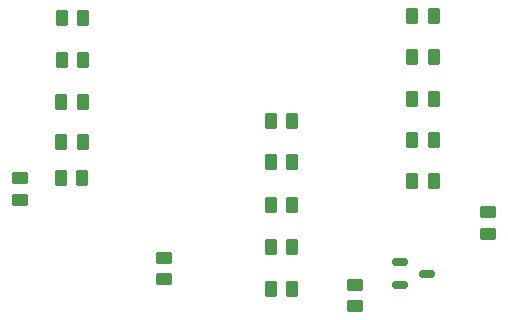
<source format=gbr>
%TF.GenerationSoftware,KiCad,Pcbnew,8.0.0*%
%TF.CreationDate,2024-03-24T12:33:32+02:00*%
%TF.ProjectId,Sensing systemV3,53656e73-696e-4672-9073-797374656d56,rev?*%
%TF.SameCoordinates,Original*%
%TF.FileFunction,Paste,Top*%
%TF.FilePolarity,Positive*%
%FSLAX46Y46*%
G04 Gerber Fmt 4.6, Leading zero omitted, Abs format (unit mm)*
G04 Created by KiCad (PCBNEW 8.0.0) date 2024-03-24 12:33:32*
%MOMM*%
%LPD*%
G01*
G04 APERTURE LIST*
G04 Aperture macros list*
%AMRoundRect*
0 Rectangle with rounded corners*
0 $1 Rounding radius*
0 $2 $3 $4 $5 $6 $7 $8 $9 X,Y pos of 4 corners*
0 Add a 4 corners polygon primitive as box body*
4,1,4,$2,$3,$4,$5,$6,$7,$8,$9,$2,$3,0*
0 Add four circle primitives for the rounded corners*
1,1,$1+$1,$2,$3*
1,1,$1+$1,$4,$5*
1,1,$1+$1,$6,$7*
1,1,$1+$1,$8,$9*
0 Add four rect primitives between the rounded corners*
20,1,$1+$1,$2,$3,$4,$5,0*
20,1,$1+$1,$4,$5,$6,$7,0*
20,1,$1+$1,$6,$7,$8,$9,0*
20,1,$1+$1,$8,$9,$2,$3,0*%
G04 Aperture macros list end*
%ADD10RoundRect,0.250000X0.262500X0.450000X-0.262500X0.450000X-0.262500X-0.450000X0.262500X-0.450000X0*%
%ADD11RoundRect,0.250000X-0.450000X0.262500X-0.450000X-0.262500X0.450000X-0.262500X0.450000X0.262500X0*%
%ADD12RoundRect,0.250000X-0.262500X-0.450000X0.262500X-0.450000X0.262500X0.450000X-0.262500X0.450000X0*%
%ADD13RoundRect,0.150000X-0.512500X-0.150000X0.512500X-0.150000X0.512500X0.150000X-0.512500X0.150000X0*%
%ADD14RoundRect,0.250000X0.450000X-0.262500X0.450000X0.262500X-0.450000X0.262500X-0.450000X-0.262500X0*%
G04 APERTURE END LIST*
D10*
%TO.C,R8*%
X69695000Y-83980000D03*
X67870000Y-83980000D03*
%TD*%
D11*
%TO.C,R2*%
X76581000Y-93827600D03*
X76581000Y-95652600D03*
%TD*%
D12*
%TO.C,R16*%
X97574400Y-76803200D03*
X99399400Y-76803200D03*
%TD*%
%TO.C,R14*%
X85600000Y-96434900D03*
X87425000Y-96434900D03*
%TD*%
D11*
%TO.C,R3*%
X103971400Y-89956800D03*
X103971400Y-91781800D03*
%TD*%
%TO.C,R1*%
X64389000Y-87071200D03*
X64389000Y-88896200D03*
%TD*%
D12*
%TO.C,R13*%
X85600000Y-92940900D03*
X87425000Y-92940900D03*
%TD*%
%TO.C,R17*%
X97574400Y-80399200D03*
X99399400Y-80399200D03*
%TD*%
%TO.C,R10*%
X85600000Y-82209900D03*
X87425000Y-82209900D03*
%TD*%
%TO.C,R15*%
X97574400Y-73345200D03*
X99399400Y-73345200D03*
%TD*%
D10*
%TO.C,R9*%
X69637000Y-87020000D03*
X67812000Y-87020000D03*
%TD*%
%TO.C,R6*%
X69699000Y-77056000D03*
X67874000Y-77056000D03*
%TD*%
D13*
%TO.C,Q1*%
X96520000Y-94200000D03*
X96520000Y-96100000D03*
X98795000Y-95150000D03*
%TD*%
D12*
%TO.C,R18*%
X97574400Y-83857200D03*
X99399400Y-83857200D03*
%TD*%
%TO.C,R11*%
X85600000Y-85734900D03*
X87425000Y-85734900D03*
%TD*%
%TO.C,R12*%
X85600000Y-89384900D03*
X87425000Y-89384900D03*
%TD*%
D14*
%TO.C,R4*%
X92700000Y-97925000D03*
X92700000Y-96100000D03*
%TD*%
D12*
%TO.C,R19*%
X97574400Y-87315200D03*
X99399400Y-87315200D03*
%TD*%
D10*
%TO.C,R7*%
X69695000Y-80612000D03*
X67870000Y-80612000D03*
%TD*%
%TO.C,R5*%
X69699000Y-73500000D03*
X67874000Y-73500000D03*
%TD*%
M02*

</source>
